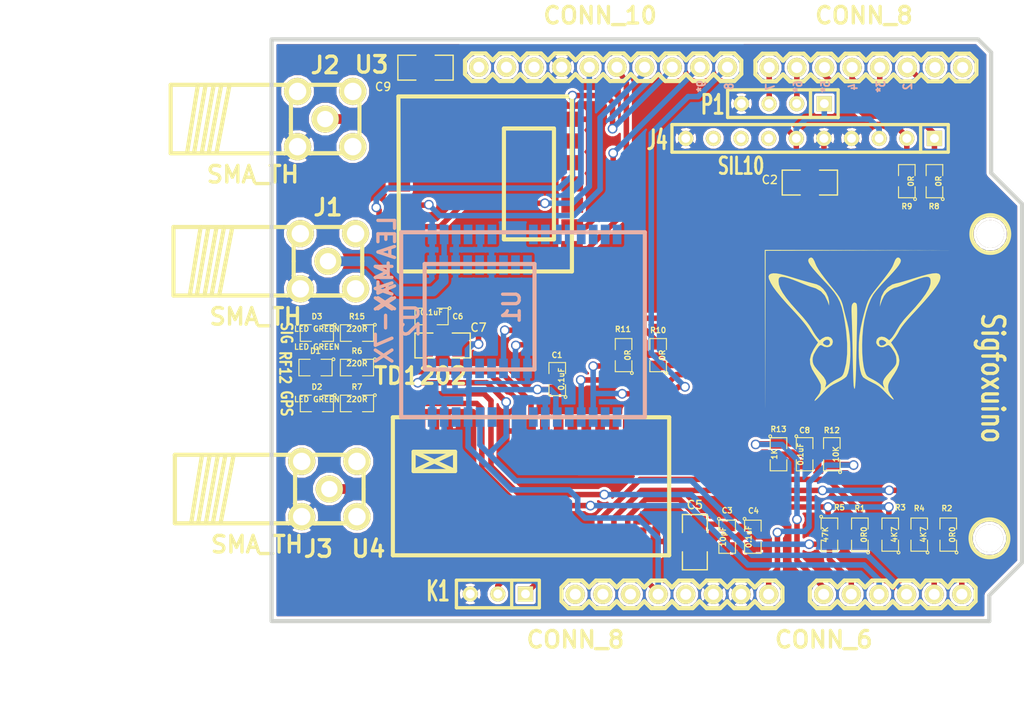
<source format=kicad_pcb>
(kicad_pcb (version 20171130) (host pcbnew "(5.1.12)-1")
  (title_block (title "Arduino Uno R3 Compatible") (rev 0.01) (company "Numato Systems"))
  (layers (0 Front signal) (31 Back signal) (34 B.Paste user) (35 F.Paste user) (36 B.SilkS user) (37 F.SilkS user) (38 B.Mask user) (39 F.Mask user) (44 Edge.Cuts user))
  (net 0 "")
  (net 1 +3.3V)
  (net 2 /PB0)
  (net 3 /PB1)
  (net 4 /PB2)
  (net 5 /PB3)
  (net 6 /PB4)
  (net 7 /PB5)
  (net 8 /PC0)
  (net 9 /PC1)
  (net 10 /PC2)
  (net 11 /PC3)
  (net 12 /PD2)
  (net 13 /PD3)
  (net 14 /PD4)
  (net 15 /PD5)
  (net 16 /PD6)
  (net 17 /PD7)
  (net 18 /RF_GPS)
  (net 19 /RF_RF12)
  (net 20 /RF_SIG)
  (net 21 /RX_SFT)
  (net 22 /SCL)
  (net 23 /SDA)
  (net 24 /STATUS_SIG)
  (net 25 /TX_SFT)
  (net 26 /VIN)
  (net 27 GND)
  (net 28 N-000001)
  (net 29 N-0000018)
  (net 30 N-000002)
  (net 31 N-000003)
  (net 32 N-000004)
  (net 33 N-000005)
  (net 34 N-000006)
  (net 35 N-000007)
  (net 36 N-000008)
  (module SMA-SMB_right_angle (layer Front) (at 114.681 91.948 180)
    (fp_text reference J1 (at 0 4.953 180) (layer F.SilkS) (effects (font (size 1.524 1.524) (thickness 0.3048))))
    (fp_text value SMA_TH (at 6.65 -5.1 180) (layer F.SilkS) (effects (font (size 1.524 1.524) (thickness 0.3048))))
    (pad 1 thru_hole circle (at 0 0 180) (size 2.5 2.5) (drill 1.5) (layers *.Cu *.Mask F.SilkS) (net 18 /RF_GPS))
    (pad 2 thru_hole circle (at 2.54 -2.54 180) (size 2.5 2.5) (drill 1.6) (layers *.Cu *.Mask F.SilkS) (net 27 GND))
    (pad 3 thru_hole circle (at -2.54 -2.54 180) (size 2.5 2.5) (drill 1.6) (layers *.Cu *.Mask F.SilkS))
    (pad 4 thru_hole circle (at -2.54 2.54 180) (size 2.5 2.5) (drill 1.6) (layers *.Cu *.Mask F.SilkS))
    (pad 5 thru_hole circle (at 2.54 2.54 180) (size 2.5 2.5) (drill 1.6) (layers *.Cu *.Mask F.SilkS))
  )
  (module 1pin (layer Front) (at 175.5648 89.44102)
    (fp_text reference V4 hide)
    (fp_text value "" hide)
    (pad 1 thru_hole circle (at 0 0) (size 2.54 2.54) (drill 2.54) (layers *.Cu *.Mask F.SilkS))
  )
  (module 1pin (layer Front) (at 175.4886 117.43182)
    (fp_text reference V5 hide)
    (fp_text value "" hide)
    (pad 1 thru_hole circle (at 0 0) (size 2.54 2.54) (drill 2.54) (layers *.Cu *.Mask F.SilkS))
  )
  (module Con8 (layer Front) (at 137.414 122.58802)
    (fp_text reference CON8_1 hide)
    (fp_text value CONN_8 (at 0.0127 4.16306) (layer F.SilkS) (effects (font (size 1.524 1.524) (thickness 0.3048))))
    (pad 2 thru_hole circle (at 2.54 0) (size 1.778 1.778) (drill 1.016) (layers *.Cu *.Mask F.SilkS))
    (pad 3 thru_hole circle (at 5.08 0) (size 1.778 1.778) (drill 1.016) (layers *.Cu *.Mask F.SilkS))
    (pad 4 thru_hole circle (at 7.62 0) (size 1.778 1.778) (drill 1.016) (layers *.Cu *.Mask F.SilkS) (net 1 +3.3V))
    (pad 5 thru_hole circle (at 10.16 0) (size 1.778 1.778) (drill 1.016) (layers *.Cu *.Mask F.SilkS))
    (pad 6 thru_hole circle (at 12.7 0) (size 1.778 1.778) (drill 1.016) (layers *.Cu *.Mask F.SilkS) (net 27 GND))
    (pad 7 thru_hole circle (at 15.24 0) (size 1.778 1.778) (drill 1.016) (layers *.Cu *.Mask F.SilkS) (net 27 GND))
    (pad 8 thru_hole circle (at 17.78 0) (size 1.778 1.778) (drill 1.016) (layers *.Cu *.Mask F.SilkS) (net 26 /VIN))
    (pad 1 thru_hole circle (at 0 0) (size 1.778 1.778) (drill 1.016) (layers *.Cu *.Mask F.SilkS))
  )
  (module Con8 (layer Front) (at 173.0248 74.12482 180)
    (fp_text reference CON8_2 hide)
    (fp_text value CONN_8 (at 9.0678 4.78282 180) (layer F.SilkS) (effects (font (size 1.524 1.524) (thickness 0.3048))))
    (pad 2 thru_hole circle (at 2.54 0 180) (size 1.778 1.778) (drill 1.016) (layers *.Cu *.Mask F.SilkS))
    (pad 3 thru_hole circle (at 5.08 0 180) (size 1.778 1.778) (drill 1.016) (layers *.Cu *.Mask F.SilkS) (net 12 /PD2))
    (pad 4 thru_hole circle (at 7.62 0 180) (size 1.778 1.778) (drill 1.016) (layers *.Cu *.Mask F.SilkS) (net 13 /PD3))
    (pad 5 thru_hole circle (at 10.16 0 180) (size 1.778 1.778) (drill 1.016) (layers *.Cu *.Mask F.SilkS) (net 14 /PD4))
    (pad 6 thru_hole circle (at 12.7 0 180) (size 1.778 1.778) (drill 1.016) (layers *.Cu *.Mask F.SilkS) (net 15 /PD5))
    (pad 7 thru_hole circle (at 15.24 0 180) (size 1.778 1.778) (drill 1.016) (layers *.Cu *.Mask F.SilkS) (net 16 /PD6))
    (pad 8 thru_hole circle (at 17.78 0 180) (size 1.778 1.778) (drill 1.016) (layers *.Cu *.Mask F.SilkS) (net 17 /PD7))
    (pad 1 thru_hole circle (at 0 0 180) (size 1.778 1.778) (drill 1.016) (layers *.Cu *.Mask F.SilkS))
  )
  (module Con6 (layer Front) (at 160.2486 122.58802)
    (fp_text reference CON6_1 hide)
    (fp_text value CONN_6 (at 0.0127 4.16306) (layer F.SilkS) (effects (font (size 1.524 1.524) (thickness 0.3048))))
    (pad 2 thru_hole circle (at 2.54 0) (size 1.778 1.778) (drill 1.016) (layers *.Cu *.Mask F.SilkS) (net 9 /PC1))
    (pad 3 thru_hole circle (at 5.08 0) (size 1.778 1.778) (drill 1.016) (layers *.Cu *.Mask F.SilkS) (net 10 /PC2))
    (pad 4 thru_hole circle (at 7.62 0) (size 1.778 1.778) (drill 1.016) (layers *.Cu *.Mask F.SilkS) (net 11 /PC3))
    (pad 5 thru_hole circle (at 10.16 0) (size 1.778 1.778) (drill 1.016) (layers *.Cu *.Mask F.SilkS) (net 23 /SDA))
    (pad 6 thru_hole circle (at 12.7 0) (size 1.778 1.778) (drill 1.016) (layers *.Cu *.Mask F.SilkS) (net 22 /SCL))
    (pad 1 thru_hole circle (at 0 0) (size 1.778 1.778) (drill 1.016) (layers *.Cu *.Mask F.SilkS) (net 8 /PC0))
  )
  (module Con10 (layer Front) (at 151.4094 74.09942 180)
    (fp_text reference CON10_1 hide)
    (fp_text value CONN_10 (at 11.7094 4.75742 180) (layer F.SilkS) (effects (font (size 1.524 1.524) (thickness 0.3048))))
    (pad 2 thru_hole circle (at 2.54 0 180) (size 1.778 1.778) (drill 1.016) (layers *.Cu *.Mask F.SilkS) (net 3 /PB1))
    (pad 3 thru_hole circle (at 5.08 0 180) (size 1.778 1.778) (drill 1.016) (layers *.Cu *.Mask F.SilkS) (net 4 /PB2))
    (pad 4 thru_hole circle (at 7.62 0 180) (size 1.778 1.778) (drill 1.016) (layers *.Cu *.Mask F.SilkS) (net 5 /PB3))
    (pad 5 thru_hole circle (at 10.16 0 180) (size 1.778 1.778) (drill 1.016) (layers *.Cu *.Mask F.SilkS) (net 6 /PB4))
    (pad 6 thru_hole circle (at 12.7 0 180) (size 1.778 1.778) (drill 1.016) (layers *.Cu *.Mask F.SilkS) (net 7 /PB5))
    (pad 7 thru_hole circle (at 15.24 0 180) (size 1.778 1.778) (drill 1.016) (layers *.Cu *.Mask F.SilkS) (net 27 GND))
    (pad 8 thru_hole circle (at 17.78 0 180) (size 1.778 1.778) (drill 1.016) (layers *.Cu *.Mask F.SilkS))
    (pad 9 thru_hole circle (at 20.32 0 180) (size 1.778 1.778) (drill 1.016) (layers *.Cu *.Mask F.SilkS) (net 23 /SDA))
    (pad 10 thru_hole circle (at 22.86 0 180) (size 1.778 1.778) (drill 1.016) (layers *.Cu *.Mask F.SilkS) (net 22 /SCL))
    (pad 1 thru_hole circle (at 0 0 180) (size 1.778 1.778) (drill 1.016) (layers *.Cu *.Mask F.SilkS) (net 2 /PB0))
  )
  (module TD1202 (layer Front) (at 120.65 106.299)
    (fp_text reference U4 (at -2.25 12.101) (layer F.SilkS) (effects (font (size 1.524 1.524) (thickness 0.3048))))
    (fp_text value TD1202 (at 2.54 -3.81) (layer F.SilkS) (effects (font (size 1.524 1.524) (thickness 0.3048))))
    (pad 12 smd rect (at 24.13 1.27) (size 0.89 2.6) (layers Front F.Paste F.Mask) (net 27 GND))
    (pad 13 smd rect (at 22.86 1.27) (size 0.89 2.6) (layers Front F.Paste F.Mask))
    (pad 14 smd rect (at 21.59 1.27) (size 0.89 2.6) (layers Front F.Paste F.Mask) (net 2 /PB0))
    (pad 15 smd rect (at 20.32 1.27) (size 0.89 2.6) (layers Front F.Paste F.Mask))
    (pad 16 smd rect (at 19.05 1.27) (size 0.89 2.6) (layers Front F.Paste F.Mask))
    (pad 17 smd rect (at 17.78 1.27) (size 0.89 2.6) (layers Front F.Paste F.Mask))
    (pad 18 smd rect (at 16.51 1.27) (size 0.89 2.6) (layers Front F.Paste F.Mask) (net 13 /PD3))
    (pad 19 smd rect (at 15.24 1.27) (size 0.89 2.6) (layers Front F.Paste F.Mask) (net 12 /PD2))
    (pad 20 smd rect (at 13.97 1.27) (size 0.89 2.6) (layers Front F.Paste F.Mask))
    (pad 21 smd rect (at 12.7 1.27) (size 0.89 2.6) (layers Front F.Paste F.Mask) (net 24 /STATUS_SIG))
    (pad 22 smd rect (at 11.43 1.27) (size 0.89 2.6) (layers Front F.Paste F.Mask) (net 27 GND))
    (pad 23 smd rect (at 5.08 1.27) (size 0.89 2.6) (layers Front F.Paste F.Mask) (net 27 GND))
    (pad 24 smd rect (at 3.81 1.27) (size 0.89 2.6) (layers Front F.Paste F.Mask) (net 20 /RF_SIG))
    (pad 25 smd rect (at 2.54 1.27) (size 0.89 2.6) (layers Front F.Paste F.Mask) (net 27 GND))
    (pad 1 smd rect (at 11.43 11.43) (size 0.89 2.6) (layers Front F.Paste F.Mask) (net 27 GND))
    (pad 2 smd rect (at 12.7 11.43) (size 0.89 2.6) (layers Front F.Paste F.Mask) (net 27 GND))
    (pad 3 smd rect (at 13.97 11.43) (size 0.89 2.6) (layers Front F.Paste F.Mask))
    (pad 4 smd rect (at 15.24 11.43) (size 0.89 2.6) (layers Front F.Paste F.Mask))
    (pad 5 smd rect (at 16.51 11.43) (size 0.89 2.6) (layers Front F.Paste F.Mask) (net 30 N-000002))
    (pad 6 smd rect (at 17.78 11.43) (size 0.89 2.6) (layers Front F.Paste F.Mask) (net 31 N-000003))
    (pad 7 smd rect (at 19.05 11.43) (size 0.89 2.6) (layers Front F.Paste F.Mask) (net 34 N-000006))
    (pad 8 smd rect (at 20.32 11.43) (size 0.89 2.6) (layers Front F.Paste F.Mask) (net 28 N-000001))
    (pad 9 smd rect (at 21.59 11.43) (size 0.89 2.6) (layers Front F.Paste F.Mask) (net 1 +3.3V))
    (pad 10 smd rect (at 22.86 11.43) (size 0.89 2.6) (layers Front F.Paste F.Mask))
    (pad 11 smd rect (at 24.13 11.43) (size 0.89 2.6) (layers Front F.Paste F.Mask) (net 27 GND))
  )
  (module SMA-SMB_right_angle (layer Front) (at 114.427 78.867 180)
    (fp_text reference J2 (at 0 4.953 180) (layer F.SilkS) (effects (font (size 1.524 1.524) (thickness 0.3048))))
    (fp_text value SMA_TH (at 6.65 -5.1 180) (layer F.SilkS) (effects (font (size 1.524 1.524) (thickness 0.3048))))
    (pad 1 thru_hole circle (at 0 0 180) (size 2.5 2.5) (drill 1.5) (layers *.Cu *.Mask F.SilkS) (net 19 /RF_RF12))
    (pad 2 thru_hole circle (at 2.54 -2.54 180) (size 2.5 2.5) (drill 1.6) (layers *.Cu *.Mask F.SilkS) (net 27 GND))
    (pad 3 thru_hole circle (at -2.54 -2.54 180) (size 2.5 2.5) (drill 1.6) (layers *.Cu *.Mask F.SilkS))
    (pad 4 thru_hole circle (at -2.54 2.54 180) (size 2.5 2.5) (drill 1.6) (layers *.Cu *.Mask F.SilkS))
    (pad 5 thru_hole circle (at 2.54 2.54 180) (size 2.5 2.5) (drill 1.6) (layers *.Cu *.Mask F.SilkS))
  )
  (module SMA-SMB_right_angle (layer Front) (at 114.808 112.903 180)
    (fp_text reference J3 (at 1.008 -5.497 180) (layer F.SilkS) (effects (font (size 1.524 1.524) (thickness 0.3048))))
    (fp_text value SMA_TH (at 6.65 -5.1 180) (layer F.SilkS) (effects (font (size 1.524 1.524) (thickness 0.3048))))
    (pad 1 thru_hole circle (at 0 0 180) (size 2.5 2.5) (drill 1.5) (layers *.Cu *.Mask F.SilkS) (net 20 /RF_SIG))
    (pad 2 thru_hole circle (at 2.54 -2.54 180) (size 2.5 2.5) (drill 1.6) (layers *.Cu *.Mask F.SilkS) (net 27 GND))
    (pad 3 thru_hole circle (at -2.54 -2.54 180) (size 2.5 2.5) (drill 1.6) (layers *.Cu *.Mask F.SilkS))
    (pad 4 thru_hole circle (at -2.54 2.54 180) (size 2.5 2.5) (drill 1.6) (layers *.Cu *.Mask F.SilkS))
    (pad 5 thru_hole circle (at 2.54 2.54 180) (size 2.5 2.5) (drill 1.6) (layers *.Cu *.Mask F.SilkS))
  )
  (module SM1206 (layer Front) (at 123.65 74.14 180)
    (fp_text reference C9 (at 3.9 -1.76 180) (layer F.SilkS) (effects (font (size 0.762 0.762) (thickness 0.127))))
    (fp_text value 1uF/9V hide)
    (pad 1 smd rect (at -1.651 0 180) (size 1.524 2.032) (layers Front F.Paste F.Mask) (net 1 +3.3V))
    (pad 2 smd rect (at 1.651 0 180) (size 1.524 2.032) (layers Front F.Paste F.Mask) (net 27 GND))
  )
  (module SM1206 (layer Front) (at 158.98 84.71)
    (fp_text reference C2 (at -3.683 -0.254) (layer F.SilkS) (effects (font (size 0.762 0.762) (thickness 0.127))))
    (fp_text value 10uF/9V hide)
    (pad 1 smd rect (at -1.651 0) (size 1.524 2.032) (layers Front F.Paste F.Mask) (net 1 +3.3V))
    (pad 2 smd rect (at 1.651 0) (size 1.524 2.032) (layers Front F.Paste F.Mask) (net 27 GND))
  )
  (module SM1206 (layer Front) (at 148.41 117.79 270)
    (fp_text reference C5 (at -3.429 0) (layer F.SilkS) (effects (font (size 0.762 0.762) (thickness 0.127))))
    (fp_text value 10uF/9V hide)
    (pad 1 smd rect (at -1.651 0 270) (size 1.524 2.032) (layers Front F.Paste F.Mask) (net 1 +3.3V))
    (pad 2 smd rect (at 1.651 0 270) (size 1.524 2.032) (layers Front F.Paste F.Mask) (net 27 GND))
  )
  (module SM1206 (layer Front) (at 125.222 99.695 180)
    (fp_text reference C7 (at -3.302 1.651 180) (layer F.SilkS) (effects (font (size 0.762 0.762) (thickness 0.127))))
    (fp_text value 10uF/9V hide)
    (pad 1 smd rect (at -1.651 0 180) (size 1.524 2.032) (layers Front F.Paste F.Mask) (net 1 +3.3V))
    (pad 2 smd rect (at 1.651 0 180) (size 1.524 2.032) (layers Front F.Paste F.Mask) (net 27 GND))
  )
  (module SM0805 (layer Front) (at 113.538 101.727 180)
    (fp_text reference D1 (at 0 1.524 180) (layer F.SilkS) (effects (font (size 0.50038 0.50038) (thickness 0.10922))))
    (fp_text value "LED GREEN" (at -0.127 1.905 180) (layer F.SilkS) (effects (font (size 0.50038 0.50038) (thickness 0.10922))))
    (pad 1 smd rect (at -0.9525 0 180) (size 0.889 1.397) (layers Front F.Paste F.Mask) (net 36 N-000008))
    (pad 2 smd rect (at 0.9525 0 180) (size 0.889 1.397) (layers Front F.Paste F.Mask) (net 27 GND))
  )
  (module SM0805 (layer Front) (at 117.348 101.727 180)
    (fp_text reference R6 (at 0 1.524 180) (layer F.SilkS) (effects (font (size 0.50038 0.50038) (thickness 0.10922))))
    (fp_text value 220R (at 0 0.381 180) (layer F.SilkS) (effects (font (size 0.50038 0.50038) (thickness 0.10922))))
    (pad 1 smd rect (at -0.9525 0 180) (size 0.889 1.397) (layers Front F.Paste F.Mask) (net 11 /PC3))
    (pad 2 smd rect (at 0.9525 0 180) (size 0.889 1.397) (layers Front F.Paste F.Mask) (net 36 N-000008))
  )
  (module SM0805 (layer Front) (at 135.76 102.79 90)
    (fp_text reference C1 (at 2.21 -0.02 180) (layer F.SilkS) (effects (font (size 0.50038 0.50038) (thickness 0.10922))))
    (fp_text value 0.1uF (at 0 0.381 90) (layer F.SilkS) (effects (font (size 0.50038 0.50038) (thickness 0.10922))))
    (pad 1 smd rect (at -0.9525 0 90) (size 0.889 1.397) (layers Front F.Paste F.Mask) (net 1 +3.3V))
    (pad 2 smd rect (at 0.9525 0 90) (size 0.889 1.397) (layers Front F.Paste F.Mask) (net 27 GND))
  )
  (module SM0805 (layer Front) (at 124.206 97.028 180)
    (fp_text reference C6 (at -2.413 0 180) (layer F.SilkS) (effects (font (size 0.50038 0.50038) (thickness 0.10922))))
    (fp_text value 0.1uF (at 0 0.381 180) (layer F.SilkS) (effects (font (size 0.50038 0.50038) (thickness 0.10922))))
    (pad 1 smd rect (at -0.9525 0 180) (size 0.889 1.397) (layers Front F.Paste F.Mask) (net 1 +3.3V))
    (pad 2 smd rect (at 0.9525 0 180) (size 0.889 1.397) (layers Front F.Paste F.Mask) (net 27 GND))
  )
  (module SM0805 (layer Front) (at 160.782 117.094 270)
    (fp_text reference R5 (at -2.494 -0.918) (layer F.SilkS) (effects (font (size 0.50038 0.50038) (thickness 0.10922))))
    (fp_text value 47K (at 0 0.381 270) (layer F.SilkS) (effects (font (size 0.50038 0.50038) (thickness 0.10922))))
    (pad 1 smd rect (at -0.9525 0 270) (size 0.889 1.397) (layers Front F.Paste F.Mask) (net 1 +3.3V))
    (pad 2 smd rect (at 0.9525 0 270) (size 0.889 1.397) (layers Front F.Paste F.Mask) (net 9 /PC1))
  )
  (module SM0805 (layer Front) (at 145.034 100.584 90)
    (fp_text reference R10 (at 2.286 0 180) (layer F.SilkS) (effects (font (size 0.50038 0.50038) (thickness 0.10922))))
    (fp_text value 0R (at 0 0.381 90) (layer F.SilkS) (effects (font (size 0.50038 0.50038) (thickness 0.10922))))
    (pad 1 smd rect (at -0.9525 0 90) (size 0.889 1.397) (layers Front F.Paste F.Mask) (net 25 /TX_SFT))
    (pad 2 smd rect (at 0.9525 0 90) (size 0.889 1.397) (layers Front F.Paste F.Mask) (net 33 N-000005))
  )
  (module SM0805 (layer Front) (at 141.859 100.584 90)
    (fp_text reference R11 (at 2.384 -0.059 180) (layer F.SilkS) (effects (font (size 0.50038 0.50038) (thickness 0.10922))))
    (fp_text value 0R (at 0 0.381 90) (layer F.SilkS) (effects (font (size 0.50038 0.50038) (thickness 0.10922))))
    (pad 1 smd rect (at -0.9525 0 90) (size 0.889 1.397) (layers Front F.Paste F.Mask) (net 21 /RX_SFT))
    (pad 2 smd rect (at 0.9525 0 90) (size 0.889 1.397) (layers Front F.Paste F.Mask) (net 32 N-000004))
  )
  (module SM0805 (layer Front) (at 170.434 84.582 90)
    (fp_text reference R8 (at -2.318 -0.034 180) (layer F.SilkS) (effects (font (size 0.50038 0.50038) (thickness 0.10922))))
    (fp_text value 0R (at 0 0.381 90) (layer F.SilkS) (effects (font (size 0.50038 0.50038) (thickness 0.10922))))
    (pad 1 smd rect (at -0.9525 0 90) (size 0.889 1.397) (layers Front F.Paste F.Mask) (net 21 /RX_SFT))
    (pad 2 smd rect (at 0.9525 0 90) (size 0.889 1.397) (layers Front F.Paste F.Mask) (net 14 /PD4))
  )
  (module SM0805 (layer Front) (at 167.894 84.582 90)
    (fp_text reference R9 (at -2.318 0.006 180) (layer F.SilkS) (effects (font (size 0.50038 0.50038) (thickness 0.10922))))
    (fp_text value 0R (at 0 0.381 90) (layer F.SilkS) (effects (font (size 0.50038 0.50038) (thickness 0.10922))))
    (pad 1 smd rect (at -0.9525 0 90) (size 0.889 1.397) (layers Front F.Paste F.Mask) (net 25 /TX_SFT))
    (pad 2 smd rect (at 0.9525 0 90) (size 0.889 1.397) (layers Front F.Paste F.Mask) (net 15 /PD5))
  )
  (module SM0805 (layer Front) (at 117.348 98.552 180)
    (fp_text reference R15 (at 0 1.524 180) (layer F.SilkS) (effects (font (size 0.50038 0.50038) (thickness 0.10922))))
    (fp_text value 220R (at 0 0.381 180) (layer F.SilkS) (effects (font (size 0.50038 0.50038) (thickness 0.10922))))
    (pad 1 smd rect (at -0.9525 0 180) (size 0.889 1.397) (layers Front F.Paste F.Mask) (net 24 /STATUS_SIG))
    (pad 2 smd rect (at 0.9525 0 180) (size 0.889 1.397) (layers Front F.Paste F.Mask) (net 29 N-0000018))
  )
  (module SM0805 (layer Front) (at 113.665 105.029 180)
    (fp_text reference D2 (at 0 1.524 180) (layer F.SilkS) (effects (font (size 0.50038 0.50038) (thickness 0.10922))))
    (fp_text value "LED GREEN" (at 0 0.381 180) (layer F.SilkS) (effects (font (size 0.50038 0.50038) (thickness 0.10922))))
    (pad 1 smd rect (at -0.9525 0 180) (size 0.889 1.397) (layers Front F.Paste F.Mask) (net 35 N-000007))
    (pad 2 smd rect (at 0.9525 0 180) (size 0.889 1.397) (layers Front F.Paste F.Mask) (net 27 GND))
  )
  (module SM0805 (layer Front) (at 117.348 105.029 180)
    (fp_text reference R7 (at 0 1.524 180) (layer F.SilkS) (effects (font (size 0.50038 0.50038) (thickness 0.10922))))
    (fp_text value 220R (at 0 0.381 180) (layer F.SilkS) (effects (font (size 0.50038 0.50038) (thickness 0.10922))))
    (pad 1 smd rect (at -0.9525 0 180) (size 0.889 1.397) (layers Front F.Paste F.Mask) (net 10 /PC2))
    (pad 2 smd rect (at 0.9525 0 180) (size 0.889 1.397) (layers Front F.Paste F.Mask) (net 35 N-000007))
  )
  (module SM0805 (layer Front) (at 151.38 117.29 270)
    (fp_text reference C3 (at -2.413 0) (layer F.SilkS) (effects (font (size 0.50038 0.50038) (thickness 0.10922))))
    (fp_text value 10pF (at 0 0.381 270) (layer F.SilkS) (effects (font (size 0.50038 0.50038) (thickness 0.10922))))
    (pad 1 smd rect (at -0.9525 0 270) (size 0.889 1.397) (layers Front F.Paste F.Mask) (net 1 +3.3V))
    (pad 2 smd rect (at 0.9525 0 270) (size 0.889 1.397) (layers Front F.Paste F.Mask) (net 27 GND))
  )
  (module SM0805 (layer Front) (at 153.74 117.29 270)
    (fp_text reference C4 (at -2.39 -0.06) (layer F.SilkS) (effects (font (size 0.50038 0.50038) (thickness 0.10922))))
    (fp_text value 0.1uF (at 0 0.381 270) (layer F.SilkS) (effects (font (size 0.50038 0.50038) (thickness 0.10922))))
    (pad 1 smd rect (at -0.9525 0 270) (size 0.889 1.397) (layers Front F.Paste F.Mask) (net 1 +3.3V))
    (pad 2 smd rect (at 0.9525 0 270) (size 0.889 1.397) (layers Front F.Paste F.Mask) (net 27 GND))
  )
  (module SM0805 (layer Front) (at 166.37 117.094 90)
    (fp_text reference R3 (at 2.494 0.93 180) (layer F.SilkS) (effects (font (size 0.50038 0.50038) (thickness 0.10922))))
    (fp_text value 4K7 (at 0 0.381 90) (layer F.SilkS) (effects (font (size 0.50038 0.50038) (thickness 0.10922))))
    (pad 1 smd rect (at -0.9525 0 90) (size 0.889 1.397) (layers Front F.Paste F.Mask) (net 23 /SDA))
    (pad 2 smd rect (at 0.9525 0 90) (size 0.889 1.397) (layers Front F.Paste F.Mask) (net 1 +3.3V))
  )
  (module SM0805 (layer Front) (at 169.037 117.094 90)
    (fp_text reference R4 (at 2.413 0 180) (layer F.SilkS) (effects (font (size 0.50038 0.50038) (thickness 0.10922))))
    (fp_text value 4K7 (at 0 0.381 90) (layer F.SilkS) (effects (font (size 0.50038 0.50038) (thickness 0.10922))))
    (pad 1 smd rect (at -0.9525 0 90) (size 0.889 1.397) (layers Front F.Paste F.Mask) (net 22 /SCL))
    (pad 2 smd rect (at 0.9525 0 90) (size 0.889 1.397) (layers Front F.Paste F.Mask) (net 1 +3.3V))
  )
  (module SM0805 (layer Front) (at 163.576 117.094 90)
    (fp_text reference R1 (at 2.413 0 180) (layer F.SilkS) (effects (font (size 0.50038 0.50038) (thickness 0.10922))))
    (fp_text value 0R0 (at 0 0.381 90) (layer F.SilkS) (effects (font (size 0.50038 0.50038) (thickness 0.10922))))
    (pad 1 smd rect (at -0.9525 0 90) (size 0.889 1.397) (layers Front F.Paste F.Mask) (net 23 /SDA))
    (pad 2 smd rect (at 0.9525 0 90) (size 0.889 1.397) (layers Front F.Paste F.Mask) (net 34 N-000006))
  )
  (module SM0805 (layer Front) (at 171.704 117.094 90)
    (fp_text reference R2 (at 2.413 -0.127 180) (layer F.SilkS) (effects (font (size 0.50038 0.50038) (thickness 0.10922))))
    (fp_text value 0R0 (at 0 0.381 90) (layer F.SilkS) (effects (font (size 0.50038 0.50038) (thickness 0.10922))))
    (pad 1 smd rect (at -0.9525 0 90) (size 0.889 1.397) (layers Front F.Paste F.Mask) (net 22 /SCL))
    (pad 2 smd rect (at 0.9525 0 90) (size 0.889 1.397) (layers Front F.Paste F.Mask) (net 28 N-000001))
  )
  (module SM0805 (layer Front) (at 113.665 98.552 180)
    (fp_text reference D3 (at 0 1.524 180) (layer F.SilkS) (effects (font (size 0.50038 0.50038) (thickness 0.10922))))
    (fp_text value "LED GREEN" (at 0 0.381 180) (layer F.SilkS) (effects (font (size 0.50038 0.50038) (thickness 0.10922))))
    (pad 1 smd rect (at -0.9525 0 180) (size 0.889 1.397) (layers Front F.Paste F.Mask) (net 29 N-0000018))
    (pad 2 smd rect (at 0.9525 0 180) (size 0.889 1.397) (layers Front F.Paste F.Mask) (net 27 GND))
  )
  (module SIL-3 (layer Front) (at 130.302 122.555 180)
    (fp_text reference K1 (at 5.502 0.255 180) (layer F.SilkS) (effects (font (size 1.7907 1.07696) (thickness 0.3048))))
    (fp_text value CONN_3 hide)
    (pad 1 thru_hole rect (at -2.54 0 180) (size 1.397 1.397) (drill 0.8128) (layers *.Cu *.Mask F.SilkS) (net 31 N-000003))
    (pad 2 thru_hole circle (at 0 0 180) (size 1.397 1.397) (drill 0.8128) (layers *.Cu *.Mask F.SilkS) (net 30 N-000002))
    (pad 3 thru_hole circle (at 2.54 0 180) (size 1.397 1.397) (drill 0.8128) (layers *.Cu *.Mask F.SilkS) (net 27 GND))
  )
  (module SIL-10 (layer Front) (at 159.004 80.645 180)
    (fp_text reference J4 (at 14.054 -0.155 180) (layer F.SilkS) (effects (font (size 1.72974 1.08712) (thickness 0.3048))))
    (fp_text value SIL10 (at 6.35 -2.54 180) (layer F.SilkS) (effects (font (size 1.524 1.016) (thickness 0.3048))))
    (pad 1 thru_hole rect (at -11.43 0 180) (size 1.397 1.397) (drill 0.8128) (layers *.Cu *.Mask F.SilkS) (net 14 /PD4))
    (pad 2 thru_hole circle (at -8.89 0 180) (size 1.397 1.397) (drill 0.8128) (layers *.Cu *.Mask F.SilkS) (net 15 /PD5))
    (pad 3 thru_hole circle (at -6.35 0 180) (size 1.397 1.397) (drill 0.8128) (layers *.Cu *.Mask F.SilkS) (net 1 +3.3V))
    (pad 4 thru_hole circle (at -3.81 0 180) (size 1.397 1.397) (drill 0.8128) (layers *.Cu *.Mask F.SilkS) (net 27 GND))
    (pad 5 thru_hole circle (at -1.27 0 180) (size 1.397 1.397) (drill 0.8128) (layers *.Cu *.Mask F.SilkS) (net 27 GND))
    (pad 6 thru_hole circle (at 1.27 0 180) (size 1.397 1.397) (drill 0.8128) (layers *.Cu *.Mask F.SilkS) (net 1 +3.3V))
    (pad 7 thru_hole circle (at 3.81 0 180) (size 1.397 1.397) (drill 0.8128) (layers *.Cu *.Mask F.SilkS))
    (pad 8 thru_hole circle (at 6.35 0 180) (size 1.397 1.397) (drill 0.8128) (layers *.Cu *.Mask F.SilkS))
    (pad 9 thru_hole circle (at 8.89 0 180) (size 1.397 1.397) (drill 0.8128) (layers *.Cu *.Mask F.SilkS))
    (pad 10 thru_hole circle (at 11.43 0 180) (size 1.397 1.397) (drill 0.8128) (layers *.Cu *.Mask F.SilkS) (net 27 GND))
  )
  (module RFM12 (layer Front) (at 129.159 84.836 180)
    (fp_text reference U3 (at 10.469 10.976 180) (layer F.SilkS) (effects (font (size 1.524 1.524) (thickness 0.3048))))
    (fp_text value RFM12 hide)
    (pad 1 smd rect (at -7.9502 -5.95122 180) (size 1.99898 1.39954) (layers Front F.Paste F.Mask) (net 6 /PB4))
    (pad 2 smd rect (at -7.97814 -3.9497 180) (size 1.99898 1.39954) (layers Front F.Paste F.Mask) (net 3 /PB1))
    (pad 3 smd rect (at -7.97814 -1.95072 180) (size 1.99898 1.39954) (layers Front F.Paste F.Mask))
    (pad 4 smd rect (at -7.97814 0 180) (size 1.99898 1.39954) (layers Front F.Paste F.Mask))
    (pad 5 smd rect (at -7.97814 1.95072 180) (size 1.99898 1.39954) (layers Front F.Paste F.Mask))
    (pad 6 smd rect (at -7.97814 3.9497 180) (size 1.99898 1.39954) (layers Front F.Paste F.Mask))
    (pad 7 smd rect (at -7.97814 5.95122 180) (size 1.99898 1.39954) (layers Front F.Paste F.Mask) (net 27 GND))
    (pad 8 smd rect (at 7.92226 5.95122 180) (size 1.99898 1.39954) (layers Front F.Paste F.Mask) (net 19 /RF_RF12))
    (pad 9 smd rect (at 7.92226 3.9497 180) (size 1.99898 1.39954) (layers Front F.Paste F.Mask) (net 1 +3.3V))
    (pad 10 smd rect (at 7.92226 1.95072 180) (size 1.99898 1.39954) (layers Front F.Paste F.Mask) (net 27 GND))
    (pad 11 smd rect (at 7.92226 0 180) (size 1.99898 1.39954) (layers Front F.Paste F.Mask))
    (pad 12 smd rect (at 7.92226 -1.95072 180) (size 1.99898 1.39954) (layers Front F.Paste F.Mask) (net 5 /PB3))
    (pad 13 smd rect (at 7.92226 -3.9497 180) (size 1.99898 1.39954) (layers Front F.Paste F.Mask) (net 7 /PB5))
    (pad 14 smd rect (at 7.92226 -5.95122 180) (size 1.99898 1.39954) (layers Front F.Paste F.Mask) (net 4 /PB2))
  )
  (module MAX-xx (layer Back) (at 123.571 92.202 270)
    (fp_text reference U2 (at 5.2 1.3 270) (layer B.SilkS) (effects (font (size 1.524 1.524) (thickness 0.3048)) (justify mirror)))
    (fp_text value MAX-7X (at 4.5 3.7 270) (layer B.SilkS) (effects (font (size 1.524 1.524) (thickness 0.3048)) (justify mirror)))
    (pad 9 smd rect (at 9.6 -0.65 270) (size 1.8 0.8) (layers Back B.Paste B.Mask) (net 9 /PC1))
    (pad 8 smd rect (at 9.6 -1.75 270) (size 1.8 0.8) (layers Back B.Paste B.Mask) (net 1 +3.3V))
    (pad 7 smd rect (at 9.6 -2.85 270) (size 1.8 0.8) (layers Back B.Paste B.Mask) (net 1 +3.3V))
    (pad 6 smd rect (at 9.6 -3.95 270) (size 1.8 0.8) (layers Back B.Paste B.Mask) (net 1 +3.3V))
    (pad 5 smd rect (at 9.6 -5.05 270) (size 1.8 0.8) (layers Back B.Paste B.Mask))
    (pad 4 smd rect (at 9.6 -6.15 270) (size 1.8 0.8) (layers Back B.Paste B.Mask))
    (pad 3 smd rect (at 9.6 -7.25 270) (size 1.8 0.8) (layers Back B.Paste B.Mask) (net 33 N-000005))
    (pad 2 smd rect (at 9.6 -8.35 270) (size 1.8 0.8) (layers Back B.Paste B.Mask) (net 32 N-000004))
    (pad 1 smd rect (at 9.6 -9.45 270) (size 1.8 0.8) (layers Back B.Paste B.Mask) (net 27 GND))
    (pad 10 smd rect (at 0.1 -0.65 270) (size 1.8 0.8) (layers Back B.Paste B.Mask) (net 27 GND))
    (pad 11 smd rect (at 0.1 -1.75 270) (size 1.8 0.8) (layers Back B.Paste B.Mask) (net 18 /RF_GPS))
    (pad 12 smd rect (at 0.1 -2.85 270) (size 1.8 0.8) (layers Back B.Paste B.Mask) (net 27 GND))
    (pad 13 smd rect (at 0.1 -3.95 270) (size 1.8 0.8) (layers Back B.Paste B.Mask))
    (pad 14 smd rect (at 0.1 -5.05 270) (size 1.8 0.8) (layers Back B.Paste B.Mask))
    (pad 15 smd rect (at 0.1 -6.15 270) (size 1.8 0.8) (layers Back B.Paste B.Mask) (net 27 GND))
    (pad 16 smd rect (at 0.1 -7.25 270) (size 1.8 0.8) (layers Back B.Paste B.Mask))
    (pad 17 smd rect (at 0.1 -8.35 270) (size 1.8 0.8) (layers Back B.Paste B.Mask))
    (pad 18 smd rect (at 0.1 -9.45 270) (size 1.8 0.8) (layers Back B.Paste B.Mask))
  )
  (module LEA-xx (layer Back) (at 121.412 89.281 270)
    (fp_text reference U1 (at 6.858 -10.16 270) (layer B.SilkS) (effects (font (size 1.524 1.524) (thickness 0.3048)) (justify mirror)))
    (fp_text value LEA-7X (at 2.9 1.3 270) (layer B.SilkS) (effects (font (size 1.524 1.524) (thickness 0.3048)) (justify mirror)))
    (pad 15 smd rect (at 0 -2.85 270) (size 1.8 0.8) (drill (offset 0.2 0)) (layers Back B.Paste B.Mask) (net 27 GND))
    (pad 16 smd rect (at 0.2 -3.95 270) (size 1.8 0.8) (layers Back B.Paste B.Mask) (net 18 /RF_GPS))
    (pad 17 smd rect (at 0.2 -5.05 270) (size 1.8 0.8) (layers Back B.Paste B.Mask) (net 27 GND))
    (pad 18 smd rect (at 0.2 -6.15 270) (size 1.8 0.8) (layers Back B.Paste B.Mask))
    (pad 19 smd rect (at 0.2 -7.25 270) (size 1.8 0.8) (layers Back B.Paste B.Mask) (net 27 GND))
    (pad 20 smd rect (at 0.2 -8.35 270) (size 1.8 0.8) (layers Back B.Paste B.Mask))
    (pad 21 smd rect (at 0.2 -12.15 270) (size 1.8 0.8) (layers Back B.Paste B.Mask))
    (pad 22 smd rect (at 0.2 -13.25 270) (size 1.8 0.8) (layers Back B.Paste B.Mask))
    (pad 23 smd rect (at 0.2 -14.35 270) (size 1.8 0.8) (layers Back B.Paste B.Mask))
    (pad 24 smd rect (at 0.2 -15.45 270) (size 1.8 0.8) (layers Back B.Paste B.Mask) (net 27 GND))
    (pad 25 smd rect (at 0.2 -16.55 270) (size 1.8 0.8) (layers Back B.Paste B.Mask))
    (pad 26 smd rect (at 0.2 -17.65 270) (size 1.8 0.8) (layers Back B.Paste B.Mask))
    (pad 27 smd rect (at 0.2 -18.75 270) (size 1.8 0.8) (layers Back B.Paste B.Mask))
    (pad 28 smd rect (at 0.2 -19.85 270) (size 1.8 0.8) (layers Back B.Paste B.Mask))
    (pad 1 smd rect (at 17 -19.85 270) (size 1.8 0.8) (layers Back B.Paste B.Mask))
    (pad 14 smd rect (at 17 -2.85 270) (size 1.8 0.8) (layers Back B.Paste B.Mask) (net 27 GND))
    (pad 2 smd rect (at 17 -18.75 270) (size 1.8 0.8) (layers Back B.Paste B.Mask))
    (pad 3 smd rect (at 17 -17.65 270) (size 1.8 0.8) (layers Back B.Paste B.Mask) (net 21 /RX_SFT))
    (pad 4 smd rect (at 17 -16.55 270) (size 1.8 0.8) (layers Back B.Paste B.Mask) (net 25 /TX_SFT))
    (pad 5 smd rect (at 17 -15.45 270) (size 1.8 0.8) (layers Back B.Paste B.Mask))
    (pad 6 smd rect (at 17 -14.35 270) (size 1.8 0.8) (layers Back B.Paste B.Mask) (net 1 +3.3V))
    (pad 7 smd rect (at 17 -13.25 270) (size 1.8 0.8) (layers Back B.Paste B.Mask) (net 27 GND))
    (pad 8 smd rect (at 17 -12.15 270) (size 1.8 0.8) (layers Back B.Paste B.Mask))
    (pad 9 smd rect (at 17 -8.35 270) (size 1.8 0.8) (layers Back B.Paste B.Mask))
    (pad 10 smd rect (at 17 -7.25 270) (size 1.8 0.8) (layers Back B.Paste B.Mask) (net 9 /PC1))
    (pad 11 smd rect (at 17 -6.15 270) (size 1.8 0.8) (layers Back B.Paste B.Mask) (net 1 +3.3V))
    (pad 12 smd rect (at 17 -5.05 270) (size 1.8 0.8) (layers Back B.Paste B.Mask))
    (pad 13 smd rect (at 17 -3.95 270) (size 1.8 0.8) (layers Back B.Paste B.Mask) (net 27 GND))
  )
  (module SM0805 (layer Front) (at 156.1 109.7 270)
    (fp_text reference R13 (at -2.3 0) (layer F.SilkS) (effects (font (size 0.50038 0.50038) (thickness 0.10922))))
    (fp_text value 1K (at 0 0.381 270) (layer F.SilkS) (effects (font (size 0.50038 0.50038) (thickness 0.10922))))
    (pad 1 smd rect (at -0.9525 0 270) (size 0.889 1.397) (layers Front F.Paste F.Mask) (net 8 /PC0))
    (pad 2 smd rect (at 0.9525 0 270) (size 0.889 1.397) (layers Front F.Paste F.Mask) (net 27 GND))
  )
  (module SM0805 (layer Front) (at 161 109.7 90)
    (fp_text reference R12 (at 2.2 0 180) (layer F.SilkS) (effects (font (size 0.50038 0.50038) (thickness 0.10922))))
    (fp_text value 10K (at 0 0.381 90) (layer F.SilkS) (effects (font (size 0.50038 0.50038) (thickness 0.10922))))
    (pad 1 smd rect (at -0.9525 0 90) (size 0.889 1.397) (layers Front F.Paste F.Mask) (net 26 /VIN))
    (pad 2 smd rect (at 0.9525 0 90) (size 0.889 1.397) (layers Front F.Paste F.Mask) (net 8 /PC0))
  )
  (module SM0805 (layer Front) (at 158.5 109.7 270)
    (fp_text reference C8 (at -2.2 0) (layer F.SilkS) (effects (font (size 0.50038 0.50038) (thickness 0.10922))))
    (fp_text value 0.1uF (at 0 0.381 270) (layer F.SilkS) (effects (font (size 0.50038 0.50038) (thickness 0.10922))))
    (pad 1 smd rect (at -0.9525 0 270) (size 0.889 1.397) (layers Front F.Paste F.Mask) (net 8 /PC0))
    (pad 2 smd rect (at 0.9525 0 270) (size 0.889 1.397) (layers Front F.Paste F.Mask) (net 27 GND))
  )
  (module LOGO (layer Front) (at 163.3 98.1)
    (fp_text reference G*** hide)
    (fp_text value LOGO hide)
  )
  (module SIL-4 (layer Front) (at 156.5 77.45 180)
    (fp_text reference P1 (at 6.45 -0.1 180) (layer F.SilkS) (effects (font (size 1.73482 1.08712) (thickness 0.3048))))
    (fp_text value CONN_4 hide)
    (pad 1 thru_hole rect (at -3.81 0 180) (size 1.397 1.397) (drill 0.8128) (layers *.Cu *.Mask F.SilkS) (net 1 +3.3V))
    (pad 2 thru_hole circle (at -1.27 0 180) (size 1.397 1.397) (drill 0.8128) (layers *.Cu *.Mask F.SilkS) (net 16 /PD6))
    (pad 3 thru_hole circle (at 1.27 0 180) (size 1.397 1.397) (drill 0.8128) (layers *.Cu *.Mask F.SilkS) (net 17 /PD7))
    (pad 4 thru_hole circle (at 3.81 0 180) (size 1.397 1.397) (drill 0.8128) (layers *.Cu *.Mask F.SilkS) (net 27 GND))
  )
  (gr_text Sigfoxuino (at 175.8 102.7 270) (layer F.SilkS) (effects (font (size 2.032 1.524) (thickness 0.3048))))
  (gr_text CI14-001 (at 116.9 122.4) (layer Front) (effects (font (size 2.032 1.524) (thickness 0.3048))))
  (gr_text SIG (at 110.871 98.552 270) (layer F.SilkS) (effects (font (size 1 0.8) (thickness 0.2))))
  (gr_text RF12 (at 110.744 101.727 270) (layer F.SilkS) (effects (font (size 1 0.8) (thickness 0.2))))
  (gr_text GPS (at 110.871 105.029 270) (layer F.SilkS) (effects (font (size 1 0.8) (thickness 0.2))))
  (gr_line (start 175.64862 83.82508) (end 175.64862 72.75068) (angle 90) (layer Edge.Cuts) (width 0.381))
  (gr_line (start 178.47564 86.6521) (end 175.64862 83.82508) (angle 90) (layer Edge.Cuts) (width 0.381))
  (gr_line (start 175.4759 125.05182) (end 175.4505 125.05182) (angle 90) (layer Edge.Cuts) (width 0.381))
  (gr_line (start 175.4759 122.67692) (end 175.4759 125.05182) (angle 90) (layer Edge.Cuts) (width 0.381))
  (gr_line (start 178.47564 119.67718) (end 175.4759 122.67692) (angle 90) (layer Edge.Cuts) (width 0.381))
  (gr_text 9* (at 149.0218 75.85202 90) (layer B.SilkS) (effects (font (size 0.762 0.635) (thickness 0.16002)) (justify mirror)))
  (gr_text 8 (at 151.5618 75.85202 90) (layer B.SilkS) (effects (font (size 0.762 0.635) (thickness 0.16002)) (justify mirror)))
  (gr_text 7 (at 155.34386 75.90282 90) (layer B.SilkS) (effects (font (size 0.762 0.635) (thickness 0.16002)) (justify mirror)))
  (gr_text 6* (at 157.88386 75.87742 90) (layer B.SilkS) (effects (font (size 0.762 0.635) (thickness 0.16002)) (justify mirror)))
  (gr_text 5* (at 160.42386 75.87742 90) (layer B.SilkS) (effects (font (size 0.762 0.635) (thickness 0.16002)) (justify mirror)))
  (gr_text 4 (at 162.96386 75.90282 90) (layer B.SilkS) (effects (font (size 0.762 0.635) (thickness 0.16002)) (justify mirror)))
  (gr_text 3* (at 165.50386 75.87742 90) (layer B.SilkS) (effects (font (size 0.762 0.635) (thickness 0.16002)) (justify mirror)))
  (gr_text 2 (at 167.97528 75.87742 90) (layer B.SilkS) (effects (font (size 0.762 0.635) (thickness 0.16002)) (justify mirror)))
  (gr_line (start 109.4994 125.05182) (end 175.4378 125.05182) (angle 90) (layer Edge.Cuts) (width 0.381))
  (gr_line (start 109.4994 71.66102) (end 109.4994 71.71182) (angle 90) (layer Edge.Cuts) (width 0.381))
  (gr_line (start 174.4472 71.53402) (end 109.4994 71.53402) (angle 90) (layer Edge.Cuts) (width 0.381))
  (gr_line (start 175.641 72.72782) (end 174.4726 71.55942) (angle 90) (layer Edge.Cuts) (width 0.381))
  (gr_line (start 178.4858 119.61622) (end 178.4858 86.69782) (angle 90) (layer Edge.Cuts) (width 0.381))
  (gr_line (start 109.4994 71.66102) (end 109.5248 71.66102) (angle 90) (layer Edge.Cuts) (width 0.381))
  (gr_line (start 109.4994 71.66102) (end 109.4994 125.00102) (angle 90) (layer Edge.Cuts) (width 0.381))
  (segment (start 125.301 74.14) (end 125.51 74.14) (width 0.508) (layer Front) (net 1))
  (segment (start 156.139 79.05) (end 157.734 80.645) (width 0.508) (layer Front) (net 1))
  (segment (start 152 79.05) (end 156.139 79.05) (width 0.508) (layer Front) (net 1))
  (segment (start 151 78.05) (end 152 79.05) (width 0.508) (layer Front) (net 1))
  (segment (start 151 76.95) (end 151 78.05) (width 0.508) (layer Front) (net 1))
  (segment (start 153.3 74.65) (end 151 76.95) (width 0.508) (layer Front) (net 1))
  (segment (start 153.3 73.3) (end 153.3 74.65) (width 0.508) (layer Front) (net 1))
  (segment (start 152.3 72.3) (end 153.3 73.3) (width 0.508) (layer Front) (net 1))
  (segment (start 127.35 72.3) (end 152.3 72.3) (width 0.508) (layer Front) (net 1))
  (segment (start 125.51 74.14) (end 127.35 72.3) (width 0.508) (layer Front) (net 1))
  (segment (start 160.31 77.45) (end 160.31 78.71) (width 0.508) (layer Back) (net 1))
  (segment (start 160.31 78.71) (end 160.467 78.867) (width 0.508) (layer Back) (net 1))
  (segment (start 125.301 74.14) (end 125.301 79.319) (width 0.508) (layer Front) (net 1))
  (segment (start 123.7337 80.8863) (end 121.23674 80.8863) (width 0.508) (layer Front) (net 1))
  (segment (start 125.301 79.319) (end 123.7337 80.8863) (width 0.508) (layer Front) (net 1))
  (segment (start 135.76 103.7425) (end 133.9325 103.7425) (width 0.508) (layer Front) (net 1))
  (segment (start 133.93 103.745) (end 133.93 103.759) (width 0.508) (layer Back) (net 1))
  (segment (start 133.9325 103.7425) (end 133.93 103.745) (width 0.508) (layer Back) (net 1))
  (via (at 133.9325 103.7425) (size 0.889) (layers Front Back) (net 1))
  (segment (start 127.562 106.281) (end 127.562 109.002) (width 0.508) (layer Back) (net 1))
  (segment (start 145.034 117.424) (end 145.034 122.58802) (width 0.508) (layer Back) (net 1))
  (segment (start 143.18 115.57) (end 145.034 117.424) (width 0.508) (layer Back) (net 1))
  (segment (start 138.31 115.57) (end 143.18 115.57) (width 0.508) (layer Back) (net 1))
  (segment (start 137.64 114.9) (end 138.31 115.57) (width 0.508) (layer Back) (net 1))
  (segment (start 137.64 113.77) (end 137.64 114.9) (width 0.508) (layer Back) (net 1))
  (segment (start 136.85 112.98) (end 137.64 113.77) (width 0.508) (layer Back) (net 1))
  (segment (start 131.54 112.98) (end 136.85 112.98) (width 0.508) (layer Back) (net 1))
  (segment (start 127.562 109.002) (end 131.54 112.98) (width 0.508) (layer Back) (net 1))
  (segment (start 128.524 99.568) (end 128.524 98.776) (width 0.508) (layer Front) (net 1))
  (segment (start 157.329 97.711) (end 157.329 84.71) (width 0.508) (layer Front) (net 1))
  (segment (start 154.35 100.69) (end 157.329 97.711) (width 0.508) (layer Front) (net 1))
  (segment (start 147.22 100.69) (end 154.35 100.69) (width 0.508) (layer Front) (net 1))
  (segment (start 146.76 100.23) (end 147.22 100.69) (width 0.508) (layer Front) (net 1))
  (segment (start 146.76 98.79) (end 146.76 100.23) (width 0.508) (layer Front) (net 1))
  (segment (start 145.16 97.19) (end 146.76 98.79) (width 0.508) (layer Front) (net 1))
  (segment (start 130.11 97.19) (end 145.16 97.19) (width 0.508) (layer Front) (net 1))
  (segment (start 128.524 98.776) (end 130.11 97.19) (width 0.508) (layer Front) (net 1))
  (segment (start 153.74 116.3375) (end 153.74 115.65) (width 0.508) (layer Front) (net 1))
  (segment (start 154.836 114.554) (end 160.655 114.554) (width 0.508) (layer Front) (net 1))
  (segment (start 153.74 115.65) (end 154.836 114.554) (width 0.508) (layer Front) (net 1))
  (segment (start 148.41 116.139) (end 148.41 115.24) (width 0.508) (layer Front) (net 1))
  (segment (start 142.24 115.49) (end 142.24 117.729) (width 0.508) (layer Front) (net 1))
  (segment (start 143.88 113.85) (end 142.24 115.49) (width 0.508) (layer Front) (net 1))
  (segment (start 147.02 113.85) (end 143.88 113.85) (width 0.508) (layer Front) (net 1))
  (segment (start 148.41 115.24) (end 147.02 113.85) (width 0.508) (layer Front) (net 1))
  (segment (start 148.41 116.139) (end 151.1815 116.139) (width 0.508) (layer Front) (net 1))
  (segment (start 151.1815 116.139) (end 151.38 116.3375) (width 0.508) (layer Front) (net 1))
  (segment (start 153.74 116.3375) (end 151.38 116.3375) (width 0.508) (layer Front) (net 1))
  (segment (start 157.734 84.305) (end 157.329 84.71) (width 0.508) (layer Front) (net 1))
  (segment (start 157.734 80.645) (end 157.734 84.305) (width 0.508) (layer Front) (net 1))
  (segment (start 160.782 116.1415) (end 160.655 116.0145) (width 0.508) (layer Front) (net 1))
  (segment (start 160.655 116.0145) (end 160.655 114.554) (width 0.508) (layer Front) (net 1))
  (segment (start 168.91 116.0145) (end 169.037 116.1415) (width 0.508) (layer Front) (net 1))
  (via (at 160.655 114.554) (size 0.889) (layers Front Back) (net 1))
  (segment (start 160.655 114.554) (end 166.243 114.554) (width 0.508) (layer Back) (net 1))
  (via (at 166.243 114.554) (size 0.889) (layers Front Back) (net 1))
  (segment (start 166.243 114.554) (end 166.243 116.0145) (width 0.508) (layer Front) (net 1))
  (segment (start 166.243 116.0145) (end 168.91 116.0145) (width 0.508) (layer Front) (net 1))
  (segment (start 160.782 116.1415) (end 160.5915 115.951) (width 0.508) (layer Front) (net 1))
  (segment (start 126.873 99.695) (end 127 99.568) (width 0.508) (layer Front) (net 1))
  (segment (start 127.508 101.789) (end 127.521 101.802) (width 0.508) (layer Back) (net 1))
  (segment (start 127.508 100.076) (end 127.508 101.789) (width 0.508) (layer Back) (net 1))
  (segment (start 128.016 99.568) (end 127.508 100.076) (width 0.508) (layer Back) (net 1))
  (segment (start 128.143 99.568) (end 128.016 99.568) (width 0.508) (layer Back) (net 1))
  (segment (start 128.143 99.568) (end 128.143 99.568) (width 0.508) (layer Back) (net 1))
  (segment (start 128.524 99.568) (end 128.143 99.568) (width 0.508) (layer Back) (net 1))
  (via (at 128.524 99.568) (size 0.889) (layers Front Back) (net 1))
  (segment (start 127 99.568) (end 128.524 99.568) (width 0.508) (layer Front) (net 1))
  (segment (start 135.762 106.281) (end 135.636 106.155) (width 0.508) (layer Back) (net 1))
  (segment (start 135.128 103.759) (end 133.93 103.759) (width 0.508) (layer Back) (net 1))
  (segment (start 135.636 104.267) (end 135.128 103.759) (width 0.508) (layer Back) (net 1))
  (segment (start 135.636 106.155) (end 135.636 104.267) (width 0.508) (layer Back) (net 1))
  (segment (start 133.93 103.759) (end 127.508 103.759) (width 0.508) (layer Back) (net 1))
  (segment (start 127.508 103.759) (end 127.381 103.886) (width 0.508) (layer Back) (net 1))
  (segment (start 127.521 101.802) (end 127.635 101.916) (width 0.508) (layer Back) (net 1))
  (segment (start 127.635 101.916) (end 127.635 104.14) (width 0.508) (layer Back) (net 1))
  (segment (start 126.421 101.802) (end 126.365 101.858) (width 0.508) (layer Back) (net 1))
  (segment (start 126.365 101.858) (end 126.365 103.886) (width 0.508) (layer Back) (net 1))
  (segment (start 125.321 101.802) (end 125.349 101.83) (width 0.508) (layer Back) (net 1))
  (segment (start 127.635 106.208) (end 127.562 106.281) (width 0.508) (layer Back) (net 1))
  (segment (start 127.635 104.14) (end 127.635 106.208) (width 0.508) (layer Back) (net 1))
  (segment (start 127.381 103.886) (end 127.635 104.14) (width 0.508) (layer Back) (net 1))
  (segment (start 125.349 103.886) (end 126.365 103.886) (width 0.508) (layer Back) (net 1))
  (segment (start 126.365 103.886) (end 127.381 103.886) (width 0.508) (layer Back) (net 1))
  (segment (start 125.349 101.83) (end 125.349 103.886) (width 0.508) (layer Back) (net 1))
  (segment (start 145.034 122.58802) (end 145.034 122.428) (width 0.508) (layer Front) (net 1))
  (segment (start 142.24 119.634) (end 142.24 117.729) (width 0.508) (layer Front) (net 1))
  (segment (start 145.034 122.428) (end 142.24 119.634) (width 0.508) (layer Front) (net 1))
  (segment (start 157.734 80.645) (end 157.734 79.756) (width 0.508) (layer Back) (net 1))
  (segment (start 158.623 78.867) (end 160.467 78.867) (width 0.508) (layer Back) (net 1))
  (segment (start 157.734 79.756) (end 158.623 78.867) (width 0.508) (layer Back) (net 1))
  (segment (start 160.467 78.867) (end 164.465 78.867) (width 0.508) (layer Back) (net 1))
  (segment (start 164.465 78.867) (end 165.354 79.756) (width 0.508) (layer Back) (net 1))
  (segment (start 165.354 79.756) (end 165.354 80.645) (width 0.508) (layer Back) (net 1))
  (segment (start 125.1585 97.028) (end 126.238 97.028) (width 0.508) (layer Front) (net 1))
  (segment (start 126.873 97.663) (end 126.873 99.695) (width 0.508) (layer Front) (net 1))
  (segment (start 126.238 97.028) (end 126.873 97.663) (width 0.508) (layer Front) (net 1))
  (segment (start 142.24 107.569) (end 142.24 105.66) (width 0.508) (layer Front) (net 2))
  (segment (start 148.70882 76.8) (end 151.4094 74.09942) (width 0.508) (layer Back) (net 2))
  (segment (start 147.8 76.8) (end 148.70882 76.8) (width 0.508) (layer Back) (net 2))
  (segment (start 144.4 80.2) (end 147.8 76.8) (width 0.508) (layer Back) (net 2))
  (segment (start 144.4 100.4) (end 144.4 80.2) (width 0.508) (layer Back) (net 2))
  (segment (start 147.5 103.5) (end 144.4 100.4) (width 0.508) (layer Back) (net 2))
  (via (at 147.5 103.5) (size 0.889) (layers Front Back) (net 2))
  (segment (start 146.9 103.5) (end 147.5 103.5) (width 0.508) (layer Front) (net 2))
  (segment (start 145.2 105.2) (end 146.9 103.5) (width 0.508) (layer Front) (net 2))
  (segment (start 142.7 105.2) (end 145.2 105.2) (width 0.508) (layer Front) (net 2))
  (segment (start 142.24 105.66) (end 142.7 105.2) (width 0.508) (layer Front) (net 2))
  (segment (start 137.13714 88.7857) (end 138.4143 88.7857) (width 0.508) (layer Front) (net 3))
  (segment (start 148.80058 74.09942) (end 148.8694 74.09942) (width 0.508) (layer Back) (net 3))
  (segment (start 140.9 82) (end 148.80058 74.09942) (width 0.508) (layer Back) (net 3))
  (via (at 140.9 82) (size 0.889) (layers Front Back) (net 3))
  (segment (start 140.9 86.3) (end 140.9 82) (width 0.508) (layer Front) (net 3))
  (segment (start 138.4143 88.7857) (end 140.9 86.3) (width 0.508) (layer Front) (net 3))
  (segment (start 146.3294 74.09942) (end 146.3294 74.2696) (width 0.508) (layer Back) (net 4))
  (segment (start 119.87022 90.78722) (end 121.23674 90.78722) (width 0.508) (layer Front) (net 4))
  (segment (start 119.38 90.297) (end 119.87022 90.78722) (width 0.508) (layer Front) (net 4))
  (segment (start 119.38 87.249) (end 119.38 90.297) (width 0.508) (layer Front) (net 4))
  (segment (start 119.126 86.995) (end 119.38 87.249) (width 0.508) (layer Front) (net 4))
  (via (at 119.126 86.995) (size 0.889) (layers Front Back) (net 4))
  (segment (start 119.126 86.233) (end 119.126 86.995) (width 0.508) (layer Back) (net 4))
  (segment (start 120.142 85.217) (end 119.126 86.233) (width 0.508) (layer Back) (net 4))
  (segment (start 135.89 85.217) (end 120.142 85.217) (width 0.508) (layer Back) (net 4))
  (segment (start 137.16 84.074) (end 135.89 85.217) (width 0.508) (layer Back) (net 4))
  (segment (start 137.13714 78.88478) (end 137.16 84.074) (width 0.508) (layer Back) (net 4))
  (segment (start 137.13714 78.88478) (end 137.13714 78.88478) (width 0.508) (layer Back) (net 4))
  (segment (start 137.16 76.708) (end 137.13714 78.88478) (width 0.508) (layer Back) (net 4))
  (via (at 137.16 76.708) (size 0.889) (layers Front Back) (net 4))
  (segment (start 140.208 76.708) (end 137.16 76.708) (width 0.508) (layer Front) (net 4))
  (segment (start 140.843 77.343) (end 140.208 76.708) (width 0.508) (layer Front) (net 4))
  (segment (start 140.843 79.756) (end 140.843 77.343) (width 0.508) (layer Front) (net 4))
  (via (at 140.843 79.756) (size 0.889) (layers Front Back) (net 4))
  (segment (start 146.3294 74.2696) (end 140.843 79.756) (width 0.508) (layer Back) (net 4))
  (segment (start 143.7894 74.09942) (end 143.7894 74.6506) (width 0.508) (layer Back) (net 5))
  (segment (start 143.7894 74.6506) (end 139.7 78.74) (width 0.508) (layer Back) (net 5))
  (segment (start 123.90628 86.78672) (end 121.23674 86.78672) (width 0.508) (layer Front) (net 5))
  (segment (start 123.952 86.741) (end 123.90628 86.78672) (width 0.508) (layer Front) (net 5))
  (via (at 123.952 86.741) (size 0.889) (layers Front Back) (net 5))
  (segment (start 124.968 87.757) (end 123.952 86.741) (width 0.508) (layer Back) (net 5))
  (segment (start 137.287 87.757) (end 124.968 87.757) (width 0.508) (layer Back) (net 5))
  (segment (start 139.7 85.344) (end 137.287 87.757) (width 0.508) (layer Back) (net 5))
  (segment (start 139.7 78.74) (end 139.7 85.344) (width 0.508) (layer Back) (net 5))
  (segment (start 141.2494 74.09942) (end 142.113 75.565) (width 0.508) (layer Front) (net 6))
  (segment (start 142.113 75.565) (end 142.113 87.257) (width 0.508) (layer Front) (net 6))
  (segment (start 138.58278 90.78722) (end 137.1092 90.78722) (width 0.508) (layer Front) (net 6))
  (segment (start 142.113 87.257) (end 138.58278 90.78722) (width 0.508) (layer Front) (net 6))
  (segment (start 121.24944 88.773) (end 121.23674 88.7857) (width 0.508) (layer Front) (net 7))
  (segment (start 124.968 88.773) (end 121.24944 88.773) (width 0.508) (layer Front) (net 7))
  (segment (start 127.127 86.614) (end 124.968 88.773) (width 0.508) (layer Front) (net 7))
  (segment (start 134.62 86.614) (end 127.127 86.614) (width 0.508) (layer Front) (net 7))
  (via (at 134.62 86.614) (size 0.889) (layers Front Back) (net 7))
  (segment (start 137.16 86.614) (end 134.62 86.614) (width 0.508) (layer Back) (net 7))
  (segment (start 138.7094 74.09942) (end 138.7094 85.0646) (width 0.508) (layer Back) (net 7))
  (segment (start 138.7094 85.0646) (end 137.16 86.614) (width 0.508) (layer Back) (net 7))
  (segment (start 160.2486 122.58802) (end 160.2486 121.9486) (width 0.508) (layer Front) (net 8))
  (segment (start 154.0525 108.7475) (end 156.1 108.7475) (width 0.508) (layer Front) (net 8))
  (segment (start 154 108.8) (end 154.0525 108.7475) (width 0.508) (layer Front) (net 8))
  (via (at 154 108.8) (size 0.889) (layers Front Back) (net 8))
  (segment (start 156.4 108.8) (end 154 108.8) (width 0.508) (layer Back) (net 8))
  (segment (start 157.8 110.2) (end 156.4 108.8) (width 0.508) (layer Back) (net 8))
  (segment (start 157.8 112.6) (end 157.8 110.2) (width 0.508) (layer Back) (net 8))
  (segment (start 157.8 115.7) (end 157.8 112.6) (width 0.508) (layer Back) (net 8))
  (via (at 157.8 115.7) (size 0.889) (layers Front Back) (net 8))
  (segment (start 157.8 119.5) (end 157.8 115.7) (width 0.508) (layer Front) (net 8))
  (segment (start 160.2486 121.9486) (end 157.8 119.5) (width 0.508) (layer Front) (net 8))
  (segment (start 161 108.7475) (end 158.5 108.7475) (width 0.508) (layer Front) (net 8))
  (segment (start 156.1 108.7475) (end 158.5 108.7475) (width 0.508) (layer Front) (net 8))
  (segment (start 160.3248 122.51182) (end 160.2486 122.58802) (width 0.2032) (layer Front) (net 8))
  (segment (start 124.221 101.802) (end 122.936 103.087) (width 0.508) (layer Back) (net 9))
  (segment (start 131.064 108.077) (end 129.4765 109.6645) (width 0.508) (layer Back) (net 9))
  (segment (start 131.064 104.902) (end 131.064 108.077) (width 0.508) (layer Back) (net 9))
  (via (at 131.064 104.902) (size 0.889) (layers Front Back) (net 9))
  (segment (start 129.286 103.124) (end 131.064 104.902) (width 0.508) (layer Front) (net 9))
  (segment (start 122.936 103.124) (end 129.286 103.124) (width 0.508) (layer Front) (net 9))
  (via (at 122.936 103.124) (size 0.889) (layers Front Back) (net 9))
  (segment (start 122.936 103.087) (end 122.936 103.124) (width 0.508) (layer Back) (net 9))
  (segment (start 160.782 118.0465) (end 160.7185 117.983) (width 0.508) (layer Front) (net 9))
  (segment (start 128.651 106.292) (end 128.662 106.281) (width 0.508) (layer Back) (net 9))
  (segment (start 128.651 108.839) (end 128.651 106.292) (width 0.508) (layer Back) (net 9))
  (segment (start 131.953 112.141) (end 129.4765 109.6645) (width 0.508) (layer Back) (net 9))
  (segment (start 129.4765 109.6645) (end 128.651 108.839) (width 0.508) (layer Back) (net 9))
  (segment (start 132.207 112.141) (end 131.953 112.141) (width 0.508) (layer Back) (net 9))
  (segment (start 132.334 112.141) (end 132.207 112.141) (width 0.508) (layer Back) (net 9))
  (segment (start 148.082 112.141) (end 132.334 112.141) (width 0.508) (layer Back) (net 9))
  (segment (start 153.924 117.983) (end 148.082 112.141) (width 0.508) (layer Back) (net 9))
  (segment (start 154.305 117.983) (end 153.924 117.983) (width 0.508) (layer Back) (net 9))
  (segment (start 158.92 117.98) (end 154.305 117.983) (width 0.508) (layer Back) (net 9))
  (via (at 158.92 117.98) (size 0.889) (layers Front Back) (net 9))
  (segment (start 160.7185 117.983) (end 158.92 117.98) (width 0.508) (layer Front) (net 9))
  (segment (start 160.782 118.0465) (end 160.782 119.38) (width 0.508) (layer Front) (net 9))
  (segment (start 162.7886 121.3866) (end 162.7886 122.58802) (width 0.508) (layer Front) (net 9))
  (segment (start 160.782 119.38) (end 162.7886 121.3866) (width 0.508) (layer Front) (net 9))
  (segment (start 162.8648 122.51182) (end 162.7886 122.58802) (width 0.2032) (layer Front) (net 9))
  (segment (start 152.908 119.507) (end 153.289 119.888) (width 0.508) (layer Back) (net 10))
  (segment (start 132.207 114.427) (end 138.811 114.427) (width 0.508) (layer Front) (net 10))
  (via (at 138.811 114.427) (size 0.889) (layers Front Back) (net 10))
  (segment (start 138.811 114.427) (end 147.955 114.427) (width 0.508) (layer Back) (net 10))
  (segment (start 147.955 114.427) (end 147.955 114.554) (width 0.508) (layer Back) (net 10))
  (segment (start 147.955 114.554) (end 152.908 119.507) (width 0.508) (layer Back) (net 10))
  (segment (start 118.3005 105.029) (end 128.343 105.029) (width 0.508) (layer Front) (net 10))
  (segment (start 128.829 111.049) (end 131.826 114.046) (width 0.508) (layer Front) (net 10))
  (segment (start 128.829 105.515) (end 128.829 111.049) (width 0.508) (layer Front) (net 10))
  (segment (start 128.343 105.029) (end 128.829 105.515) (width 0.508) (layer Front) (net 10))
  (segment (start 131.826 114.046) (end 132.207 114.427) (width 0.508) (layer Front) (net 10))
  (segment (start 165.354 122.56262) (end 165.3286 122.58802) (width 0.508) (layer Back) (net 10))
  (segment (start 165.354 121.285) (end 165.354 122.56262) (width 0.508) (layer Back) (net 10))
  (segment (start 163.957 119.888) (end 165.354 121.285) (width 0.508) (layer Back) (net 10))
  (segment (start 153.289 119.888) (end 163.957 119.888) (width 0.508) (layer Back) (net 10))
  (segment (start 165.4048 122.51182) (end 165.3286 122.58802) (width 0.2032) (layer Front) (net 10))
  (segment (start 132.301317 113.443683) (end 132.334 113.411) (width 0.508) (layer Front) (net 11))
  (segment (start 118.364 101.727) (end 120.777 104.14) (width 0.508) (layer Front) (net 11))
  (segment (start 120.777 104.14) (end 129.032 104.14) (width 0.508) (layer Front) (net 11))
  (segment (start 129.032 104.14) (end 129.667 104.775) (width 0.508) (layer Front) (net 11))
  (segment (start 129.667 104.775) (end 129.667 110.809366) (width 0.508) (layer Front) (net 11))
  (segment (start 129.667 110.809366) (end 132.301317 113.443683) (width 0.508) (layer Front) (net 11))
  (segment (start 118.3005 101.727) (end 118.364 101.727) (width 0.508) (layer Front) (net 11))
  (segment (start 164.27958 118.999) (end 167.8686 122.58802) (width 0.508) (layer Back) (net 11))
  (segment (start 153.67 118.999) (end 164.27958 118.999) (width 0.508) (layer Back) (net 11))
  (segment (start 148.082 113.411) (end 153.67 118.999) (width 0.508) (layer Back) (net 11))
  (segment (start 140.081 113.411) (end 148.082 113.411) (width 0.508) (layer Back) (net 11))
  (via (at 140.081 113.411) (size 0.889) (layers Front Back) (net 11))
  (segment (start 132.334 113.411) (end 140.081 113.411) (width 0.508) (layer Front) (net 11))
  (segment (start 167.9448 122.51182) (end 167.8686 122.58802) (width 0.2032) (layer Front) (net 11))
  (segment (start 167.9448 74.12482) (end 168.02482 74.12482) (width 0.508) (layer Front) (net 12))
  (segment (start 135.89 109.347) (end 135.89 107.569) (width 0.508) (layer Front) (net 12))
  (segment (start 137.668 111.125) (end 135.89 109.347) (width 0.508) (layer Front) (net 12))
  (segment (start 148.59 111.125) (end 137.668 111.125) (width 0.508) (layer Front) (net 12))
  (segment (start 173.0248 86.6902) (end 148.59 111.125) (width 0.508) (layer Front) (net 12))
  (segment (start 173.0248 79.1248) (end 173.0248 86.6902) (width 0.508) (layer Front) (net 12))
  (segment (start 168.02482 74.12482) (end 173.0248 79.1248) (width 0.508) (layer Front) (net 12))
  (segment (start 172 86.572) (end 172.085 86.487) (width 0.508) (layer Front) (net 13))
  (segment (start 172 79.8) (end 172 86.572) (width 0.508) (layer Front) (net 13))
  (segment (start 170.7 78.5) (end 172 79.8) (width 0.508) (layer Front) (net 13))
  (segment (start 165.4048 74.12482) (end 165.4048 75.7048) (width 0.508) (layer Front) (net 13))
  (segment (start 165.4048 75.7048) (end 166.1 76.4) (width 0.508) (layer Front) (net 13))
  (segment (start 166.1 76.4) (end 168.6 76.4) (width 0.508) (layer Front) (net 13))
  (segment (start 168.6 76.4) (end 170.7 78.5) (width 0.508) (layer Front) (net 13))
  (segment (start 172.085 86.487) (end 148.336 110.236) (width 0.508) (layer Front) (net 13))
  (segment (start 148.336 110.236) (end 137.922 110.236) (width 0.508) (layer Front) (net 13))
  (segment (start 137.922 110.236) (end 137.16 109.474) (width 0.508) (layer Front) (net 13))
  (segment (start 137.16 109.474) (end 137.16 107.569) (width 0.508) (layer Front) (net 13))
  (segment (start 162.8648 74.12482) (end 162.8648 75.1648) (width 0.508) (layer Front) (net 14))
  (segment (start 167.5 77.3) (end 170.3395 80.1395) (width 0.508) (layer Front) (net 14))
  (segment (start 165 77.3) (end 167.5 77.3) (width 0.508) (layer Front) (net 14))
  (segment (start 162.8648 75.1648) (end 165 77.3) (width 0.508) (layer Front) (net 14))
  (segment (start 170.434 80.645) (end 170.434 83.6295) (width 0.508) (layer Front) (net 14))
  (segment (start 167.894 80.645) (end 167.894 80.594) (width 0.508) (layer Front) (net 15))
  (segment (start 160.3248 74.8248) (end 160.3248 74.12482) (width 0.508) (layer Front) (net 15))
  (segment (start 164.1 78.6) (end 160.3248 74.8248) (width 0.508) (layer Front) (net 15))
  (segment (start 166 78.6) (end 164.1 78.6) (width 0.508) (layer Front) (net 15))
  (segment (start 167.994 80.594) (end 166 78.6) (width 0.508) (layer Front) (net 15))
  (segment (start 167.894 80.645) (end 167.894 83.6295) (width 0.508) (layer Front) (net 15))
  (segment (start 157.7848 74.12482) (end 157.7848 77.4352) (width 0.508) (layer Front) (net 16))
  (segment (start 157.7848 77.4352) (end 157.77 77.45) (width 0.508) (layer Front) (net 16))
  (segment (start 155.2448 74.12482) (end 155.2448 77.4352) (width 0.508) (layer Front) (net 17))
  (segment (start 155.2448 77.4352) (end 155.23 77.45) (width 0.508) (layer Front) (net 17))
  (segment (start 124.1298 94.7166) (end 124.3584 94.7166) (width 0.9) (layer Back) (net 18))
  (segment (start 118.4148 91.948) (end 121.1834 94.7166) (width 0.9) (layer Back) (net 18))
  (segment (start 121.1834 94.7166) (end 124.1298 94.7166) (width 0.9) (layer Back) (net 18))
  (segment (start 114.681 91.948) (end 118.4148 91.948) (width 0.9) (layer Back) (net 18))
  (segment (start 125.3236 93.7514) (end 125.3236 93.3704) (width 0.9) (layer Back) (net 18))
  (segment (start 124.3584 94.7166) (end 125.3236 93.7514) (width 0.9) (layer Back) (net 18))
  (segment (start 125.362 92.261) (end 125.321 92.302) (width 0.508) (layer Back) (net 18))
  (segment (start 125.362 89.481) (end 125.362 92.261) (width 0.508) (layer Back) (net 18))
  (segment (start 114.427 78.867) (end 121.21896 78.867) (width 0.9) (layer Front) (net 19))
  (segment (start 121.21896 78.867) (end 121.23674 78.88478) (width 0.9) (layer Front) (net 19))
  (segment (start 114.808 112.903) (end 121.0564 112.903) (width 0.9) (layer Front) (net 20))
  (segment (start 124.46 109.4994) (end 124.46 107.569) (width 0.9) (layer Front) (net 20))
  (segment (start 121.0564 112.903) (end 124.46 109.4994) (width 0.9) (layer Front) (net 20))
  (segment (start 170.434 85.5345) (end 170.434 86.996) (width 0.508) (layer Front) (net 21))
  (segment (start 141.71 104.12) (end 139.062 104.12) (width 0.508) (layer Back) (net 21))
  (segment (start 141.73 104.14) (end 141.71 104.12) (width 0.508) (layer Back) (net 21))
  (via (at 141.73 104.14) (size 0.889) (layers Front Back) (net 21))
  (segment (start 144.96 104.14) (end 141.73 104.14) (width 0.508) (layer Front) (net 21))
  (segment (start 146.72 102.38) (end 144.96 104.14) (width 0.508) (layer Front) (net 21))
  (segment (start 155.05 102.38) (end 146.72 102.38) (width 0.508) (layer Front) (net 21))
  (segment (start 170.434 86.996) (end 155.05 102.38) (width 0.508) (layer Front) (net 21))
  (segment (start 141.859 101.5365) (end 141.2875 101.5365) (width 0.508) (layer Front) (net 21))
  (segment (start 139.062 101.603) (end 139.062 104.12) (width 0.508) (layer Back) (net 21))
  (segment (start 139.062 104.12) (end 139.062 106.281) (width 0.508) (layer Back) (net 21))
  (segment (start 139.065 101.6) (end 139.062 101.603) (width 0.508) (layer Back) (net 21))
  (via (at 139.065 101.6) (size 0.889) (layers Front Back) (net 21))
  (segment (start 141.2875 101.5365) (end 139.065 101.6) (width 0.508) (layer Front) (net 21))
  (segment (start 171.704 118.0465) (end 169.037 118.0465) (width 0.508) (layer Front) (net 22))
  (segment (start 172.9486 122.58802) (end 172.9486 119.2911) (width 0.508) (layer Front) (net 22))
  (segment (start 172.9486 119.2911) (end 171.704 118.0465) (width 0.508) (layer Front) (net 22))
  (segment (start 166.37 118.0465) (end 163.576 118.0465) (width 0.508) (layer Front) (net 23))
  (segment (start 170.4086 122.58802) (end 170.4086 121.3866) (width 0.508) (layer Front) (net 23))
  (segment (start 166.37 119.253) (end 166.37 118.0465) (width 0.508) (layer Front) (net 23))
  (segment (start 167.259 120.142) (end 166.37 119.253) (width 0.508) (layer Front) (net 23))
  (segment (start 169.164 120.142) (end 167.259 120.142) (width 0.508) (layer Front) (net 23))
  (segment (start 170.4086 121.3866) (end 169.164 120.142) (width 0.508) (layer Front) (net 23))
  (segment (start 170.4848 122.51182) (end 170.4086 122.58802) (width 0.2032) (layer Front) (net 23))
  (segment (start 131.699 103.251) (end 130.556 102.108) (width 0.508) (layer Front) (net 24))
  (segment (start 131.699 103.251) (end 133.35 104.902) (width 0.508) (layer Front) (net 24))
  (segment (start 133.35 107.569) (end 133.35 104.902) (width 0.508) (layer Front) (net 24))
  (segment (start 120.65 102.108) (end 119.761 101.219) (width 0.508) (layer Front) (net 24))
  (segment (start 130.556 102.108) (end 120.65 102.108) (width 0.508) (layer Front) (net 24))
  (segment (start 118.618 98.552) (end 119.761 99.695) (width 0.508) (layer Front) (net 24))
  (segment (start 119.761 99.695) (end 119.761 101.219) (width 0.508) (layer Front) (net 24))
  (segment (start 118.3005 98.552) (end 118.618 98.552) (width 0.508) (layer Front) (net 24))
  (segment (start 145.034 101.5365) (end 154.7495 101.5365) (width 0.508) (layer Front) (net 25))
  (segment (start 167.894 88.392) (end 167.894 85.5345) (width 0.508) (layer Front) (net 25))
  (segment (start 154.7495 101.5365) (end 167.894 88.392) (width 0.508) (layer Front) (net 25))
  (segment (start 145.034 101.5365) (end 145.034 101.981) (width 0.508) (layer Front) (net 25))
  (segment (start 137.962 102.91) (end 137.962 106.281) (width 0.508) (layer Back) (net 25))
  (segment (start 137.922 102.87) (end 137.962 102.91) (width 0.508) (layer Back) (net 25))
  (via (at 137.922 102.87) (size 0.889) (layers Front Back) (net 25))
  (segment (start 144.145 102.87) (end 137.922 102.87) (width 0.508) (layer Front) (net 25))
  (segment (start 145.034 101.981) (end 144.145 102.87) (width 0.508) (layer Front) (net 25))
  (segment (start 155.194 122.58802) (end 155.194 121.106) (width 0.508) (layer Front) (net 26))
  (segment (start 162.9525 110.6525) (end 161 110.6525) (width 0.508) (layer Front) (net 26))
  (segment (start 163 110.7) (end 162.9525 110.6525) (width 0.508) (layer Front) (net 26))
  (via (at 163 110.7) (size 0.889) (layers Front Back) (net 26))
  (segment (start 160.5 110.7) (end 163 110.7) (width 0.508) (layer Back) (net 26))
  (segment (start 158.9 112.3) (end 160.5 110.7) (width 0.508) (layer Back) (net 26))
  (segment (start 158.9 116.4) (end 158.9 112.3) (width 0.508) (layer Back) (net 26))
  (segment (start 158.5 116.8) (end 158.9 116.4) (width 0.508) (layer Back) (net 26))
  (segment (start 156.1 116.8) (end 158.5 116.8) (width 0.508) (layer Back) (net 26))
  (segment (start 156 116.9) (end 156.1 116.8) (width 0.508) (layer Back) (net 26))
  (via (at 156 116.9) (size 0.889) (layers Front Back) (net 26))
  (segment (start 156 120.3) (end 156 116.9) (width 0.508) (layer Front) (net 26))
  (segment (start 155.194 121.106) (end 156 120.3) (width 0.508) (layer Front) (net 26))
  (segment (start 156.1 110.6525) (end 158.5 110.6525) (width 0.508) (layer Front) (net 27))
  (segment (start 160.274 84.353) (end 160.631 84.71) (width 0.508) (layer Front) (net 27))
  (segment (start 160.274 80.645) (end 160.274 84.353) (width 0.508) (layer Front) (net 27))
  (segment (start 124.262 92.261) (end 124.221 92.302) (width 0.508) (layer Back) (net 27))
  (segment (start 124.262 89.281) (end 124.262 92.261) (width 0.508) (layer Back) (net 27))
  (segment (start 126.462 92.261) (end 126.421 92.302) (width 0.508) (layer Back) (net 27))
  (segment (start 126.462 89.481) (end 126.462 92.261) (width 0.508) (layer Back) (net 27))
  (segment (start 123.2535 97.028) (end 123.2535 99.3775) (width 0.508) (layer Front) (net 27))
  (segment (start 123.2535 99.3775) (end 123.571 99.695) (width 0.508) (layer Front) (net 27))
  (segment (start 140.97 117.729) (end 140.97 115.57) (width 0.508) (layer Front) (net 28))
  (segment (start 171.704 114.554) (end 171.704 116.1415) (width 0.508) (layer Front) (net 28))
  (segment (start 170.18 113.03) (end 171.704 114.554) (width 0.508) (layer Front) (net 28))
  (segment (start 166.27 113.02) (end 170.18 113.03) (width 0.508) (layer Front) (net 28))
  (via (at 166.27 113.02) (size 0.889) (layers Front Back) (net 28))
  (segment (start 160.147 113.03) (end 166.27 113.02) (width 0.508) (layer Back) (net 28))
  (via (at 160.147 113.03) (size 0.889) (layers Front Back) (net 28))
  (segment (start 143.51 113.03) (end 160.147 113.03) (width 0.508) (layer Front) (net 28))
  (segment (start 140.97 115.57) (end 143.51 113.03) (width 0.508) (layer Front) (net 28))
  (segment (start 114.6175 98.552) (end 116.3955 98.552) (width 0.508) (layer Front) (net 29))
  (segment (start 137.16 117.729) (end 137.16 119.34) (width 0.508) (layer Front) (net 30))
  (segment (start 130.302 121.798) (end 130.302 122.555) (width 0.508) (layer Front) (net 30))
  (segment (start 132.2 119.9) (end 130.302 121.798) (width 0.508) (layer Front) (net 30))
  (segment (start 136.6 119.9) (end 132.2 119.9) (width 0.508) (layer Front) (net 30))
  (segment (start 137.16 119.34) (end 136.6 119.9) (width 0.508) (layer Front) (net 30))
  (segment (start 138.43 117.729) (end 138.43 119.57) (width 0.508) (layer Front) (net 31))
  (segment (start 134.597 120.8) (end 132.842 122.555) (width 0.508) (layer Front) (net 31))
  (segment (start 137.2 120.8) (end 134.597 120.8) (width 0.508) (layer Front) (net 31))
  (segment (start 138.43 119.57) (end 137.2 120.8) (width 0.508) (layer Front) (net 31))
  (segment (start 141.859 99.6315) (end 132.0165 99.6315) (width 0.508) (layer Front) (net 32))
  (segment (start 131.921 99.727) (end 131.921 101.802) (width 0.508) (layer Back) (net 32))
  (segment (start 131.953 99.695) (end 131.921 99.727) (width 0.508) (layer Back) (net 32))
  (via (at 131.953 99.695) (size 0.889) (layers Front Back) (net 32))
  (segment (start 132.0165 99.6315) (end 131.953 99.695) (width 0.508) (layer Front) (net 32))
  (segment (start 145.034 99.6315) (end 145.034 99.441) (width 0.508) (layer Front) (net 33))
  (segment (start 130.821 98.414) (end 130.821 101.802) (width 0.508) (layer Back) (net 33))
  (segment (start 130.937 98.298) (end 130.821 98.414) (width 0.508) (layer Back) (net 33))
  (via (at 130.937 98.298) (size 0.889) (layers Front Back) (net 33))
  (segment (start 143.891 98.298) (end 130.937 98.298) (width 0.508) (layer Front) (net 33))
  (segment (start 145.034 99.441) (end 143.891 98.298) (width 0.508) (layer Front) (net 33))
  (segment (start 139.7 117.729) (end 139.7 115.697) (width 0.508) (layer Front) (net 34))
  (segment (start 163.576 114.935) (end 163.576 116.1415) (width 0.508) (layer Front) (net 34))
  (segment (start 160.655 112.014) (end 163.576 114.935) (width 0.508) (layer Front) (net 34))
  (segment (start 143.383 112.014) (end 160.655 112.014) (width 0.508) (layer Front) (net 34))
  (segment (start 139.7 115.697) (end 143.383 112.014) (width 0.508) (layer Front) (net 34))
  (segment (start 114.6175 105.029) (end 116.3955 105.029) (width 0.508) (layer Front) (net 35))
  (segment (start 114.4905 101.727) (end 116.3955 101.727) (width 0.508) (layer Front) (net 36))
  (zone (net 27) (net_name GND) (layer Back) (connect_pads (clearance 0.254)) (min_thickness 0.2032) (fill (arc_segments 16) (thermal_gap 0.254) (thermal_bridge_width 0.508))
    (polygon (pts (xy 178.435 119.761) (xy 175.514 122.682) (xy 175.514 124.968) (xy 175.4124 124.968) (xy 175.4124 125.10262) (xy 109.5248 125.05182) (xy 109.525039 124.968) (xy 109.474 124.968) (xy 109.474 71.501) (xy 174.498 71.501) (xy 175.641 72.644) (xy 175.641 78.59522) (xy 175.664016 83.843016) (xy 178.435 86.614) (xy 178.435 119.761)))
  )
  (zone (net 27) (net_name GND) (layer Front) (connect_pads (clearance 0.254)) (min_thickness 0.2032) (fill (arc_segments 16) (thermal_gap 0.254) (thermal_bridge_width 0.508))
    (polygon (pts (xy 178.435 119.634) (xy 175.514 122.682) (xy 175.514 124.968) (xy 175.4632 124.968) (xy 175.4632 125.05182) (xy 109.5248 125.05182) (xy 109.524839 124.968) (xy 109.474 124.968) (xy 109.474 71.501) (xy 174.371 71.501) (xy 175.641 72.771) (xy 175.641 72.93102) (xy 175.641 83.82) (xy 178.435 86.614) (xy 178.435 119.634)))
  )
)
</source>
